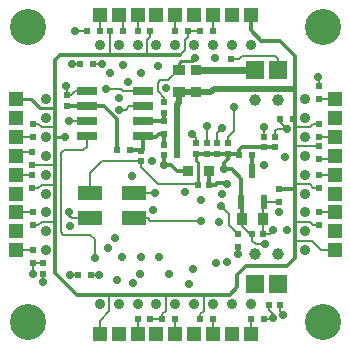
<source format=gbl>
G04 Layer_Physical_Order=4*
G04 Layer_Color=16711680*
%FSAX23Y23*%
%MOIN*%
G70*
G01*
G75*
%ADD11R,0.024X0.020*%
%ADD12R,0.020X0.024*%
%ADD13R,0.024X0.024*%
%ADD14R,0.037X0.039*%
%ADD15R,0.024X0.024*%
%ADD18R,0.024X0.048*%
%ADD19C,0.008*%
%ADD20C,0.020*%
%ADD21C,0.012*%
%ADD22C,0.010*%
%ADD24C,0.022*%
%ADD25C,0.039*%
%ADD26R,0.059X0.059*%
%ADD27C,0.035*%
%ADD28R,0.051X0.051*%
%ADD29R,0.051X0.051*%
%ADD30C,0.120*%
%ADD31C,0.028*%
%ADD32R,0.035X0.035*%
%ADD33R,0.039X0.037*%
%ADD34R,0.035X0.035*%
%ADD35R,0.070X0.028*%
%ADD36R,0.079X0.047*%
D11*
X06620Y01349D02*
D03*
Y01393D02*
D03*
X05935Y01294D02*
D03*
Y01338D02*
D03*
X06888Y01842D02*
D03*
Y01885D02*
D03*
X06755Y01499D02*
D03*
Y01542D02*
D03*
X06373Y01725D02*
D03*
Y01768D02*
D03*
X05935Y01421D02*
D03*
Y01464D02*
D03*
X06888Y01716D02*
D03*
Y01759D02*
D03*
Y01643D02*
D03*
Y01687D02*
D03*
X05932Y01546D02*
D03*
Y01590D02*
D03*
X06888Y01547D02*
D03*
Y01590D02*
D03*
X05932Y01621D02*
D03*
Y01665D02*
D03*
X06888Y01421D02*
D03*
Y01464D02*
D03*
X05935Y01716D02*
D03*
Y01759D02*
D03*
D12*
X06085Y01255D02*
D03*
X06129D02*
D03*
X06803Y01776D02*
D03*
X06759D02*
D03*
X06093Y01960D02*
D03*
X06137D02*
D03*
X06115Y02068D02*
D03*
X06158D02*
D03*
X06662Y01110D02*
D03*
X06705D02*
D03*
X06621Y01655D02*
D03*
X06664D02*
D03*
X06214Y01671D02*
D03*
X06258D02*
D03*
X06373Y01689D02*
D03*
X06417D02*
D03*
X06193Y02068D02*
D03*
X06237D02*
D03*
X06493Y01110D02*
D03*
X06536D02*
D03*
X06410Y02068D02*
D03*
X06453D02*
D03*
X06367Y01110D02*
D03*
X06410D02*
D03*
X06284D02*
D03*
X06327D02*
D03*
X06492Y02068D02*
D03*
X06536D02*
D03*
X06284D02*
D03*
X06327D02*
D03*
X06373Y01654D02*
D03*
X06417D02*
D03*
D13*
X06743Y01717D02*
D03*
Y01682D02*
D03*
X05969Y01294D02*
D03*
Y01259D02*
D03*
X06050Y01818D02*
D03*
Y01854D02*
D03*
X06373Y01797D02*
D03*
Y01833D02*
D03*
X06296Y01634D02*
D03*
Y01670D02*
D03*
X06595Y01938D02*
D03*
Y01974D02*
D03*
X06707Y01682D02*
D03*
Y01717D02*
D03*
X06479Y01658D02*
D03*
Y01694D02*
D03*
X06515Y01658D02*
D03*
Y01694D02*
D03*
X06550Y01658D02*
D03*
Y01694D02*
D03*
X06586Y01658D02*
D03*
Y01694D02*
D03*
D14*
X06632Y01442D02*
D03*
X06702D02*
D03*
D15*
X06723Y01154D02*
D03*
X06759D02*
D03*
X06667Y01393D02*
D03*
X06702D02*
D03*
X06485Y01556D02*
D03*
X06521D02*
D03*
D18*
X06630Y01499D02*
D03*
X06667Y01602D02*
D03*
X06704Y01499D02*
D03*
D19*
X06759Y01134D02*
X06770Y01123D01*
X06759Y01134D02*
Y01154D01*
X06734Y01111D02*
Y01127D01*
X06723Y01138D02*
X06734Y01127D01*
X06723Y01138D02*
Y01154D01*
X05969Y01231D02*
Y01259D01*
X05935Y01294D02*
X05969D01*
X06467Y01725D02*
X06479Y01713D01*
Y01694D02*
Y01713D01*
X06550Y01730D02*
X06567Y01747D01*
X06550Y01694D02*
Y01730D01*
X06590Y01423D02*
X06620Y01393D01*
X06590Y01423D02*
Y01460D01*
X06659Y01393D02*
X06667D01*
X06632Y01420D02*
X06659Y01393D01*
X06632Y01420D02*
Y01442D01*
X06563Y01487D02*
X06590Y01460D01*
X06620Y01324D02*
Y01349D01*
X06514Y01694D02*
X06515Y01694D01*
X06514Y01694D02*
Y01753D01*
X06237Y01868D02*
X06302D01*
X06229Y01876D02*
X06237Y01868D01*
X06180Y01876D02*
X06229D01*
X06067Y01960D02*
X06093D01*
X06137D02*
X06165D01*
X06702Y01497D02*
X06704Y01499D01*
X06755D01*
X06702Y01442D02*
Y01497D01*
Y01393D02*
Y01442D01*
X06726Y01393D02*
X06736Y01404D01*
X06702Y01393D02*
X06726D01*
X05879Y01338D02*
X05935D01*
X06058Y01255D02*
X06085D01*
X06129D02*
X06157D01*
X06607Y01736D02*
Y01817D01*
X06586Y01715D02*
X06607Y01736D01*
X06586Y01694D02*
Y01715D01*
X06759Y01764D02*
X06781Y01742D01*
X06759Y01764D02*
Y01776D01*
X06750Y01742D02*
X06781D01*
X06743Y01735D02*
X06750Y01742D01*
X06743Y01717D02*
Y01735D01*
X06707Y01717D02*
Y01748D01*
X06810Y01748D02*
X06859D01*
X06352Y01559D02*
X06485D01*
X06296Y01615D02*
X06352Y01559D01*
X06485Y01556D02*
Y01559D01*
X06379Y01437D02*
X06496D01*
X06296Y01615D02*
Y01634D01*
X06165D02*
X06296D01*
X06125Y01594D02*
X06165Y01634D01*
X06125Y01530D02*
Y01594D01*
X06327Y01437D02*
X06379D01*
X06320Y01444D02*
X06327Y01437D01*
X06271Y01444D02*
X06320D01*
X06379Y01437D02*
X06379Y01437D01*
X05935Y01546D02*
X05953D01*
X05964Y01557D01*
X06010D01*
X05932Y01621D02*
X06010D01*
X06010Y01622D01*
X06367Y01110D02*
Y01124D01*
X06380Y01137D02*
Y01190D01*
X06367Y01124D02*
X06380Y01137D01*
X06190Y01989D02*
X06191Y01990D01*
Y02066D01*
X06193Y02068D01*
X06493Y01110D02*
Y01124D01*
X06506Y01137D01*
Y01190D01*
X06859Y01432D02*
X06870Y01421D01*
X06888D01*
X06810Y01432D02*
X06859D01*
X06870Y01547D02*
X06888D01*
X06810Y01558D02*
X06859D01*
X06870Y01547D01*
X06427Y01989D02*
X06442Y02004D01*
Y02039D01*
X06453Y02050D01*
Y02068D01*
X06859Y01748D02*
X06870Y01759D01*
X06888D01*
X06056Y01769D02*
X06113D01*
X06114Y01768D01*
X06102Y01530D02*
X06125D01*
X06114Y01683D02*
Y01718D01*
X06050Y01854D02*
X06062D01*
X06076Y01868D01*
X06114D01*
X06057Y01452D02*
Y01466D01*
X06256Y01818D02*
X06302D01*
X06271Y01530D02*
X06342D01*
X06245Y01807D02*
X06256Y01818D01*
X06222Y01807D02*
X06245D01*
X06888Y01464D02*
X06941D01*
X06888Y01590D02*
X06941D01*
X06888Y01716D02*
X06941D01*
X06888Y01842D02*
X06941D01*
X06316Y01992D02*
Y02039D01*
X06327Y02050D01*
Y02068D01*
X06158D02*
Y02121D01*
X06284Y02068D02*
Y02121D01*
X06410Y02068D02*
Y02121D01*
X06536Y02068D02*
Y02121D01*
X06453Y02068D02*
X06492D01*
X05879Y01716D02*
X05932D01*
X05879Y01590D02*
X05932D01*
X05879Y01464D02*
X05932D01*
X05935Y01421D02*
X05952D01*
X05964Y01432D01*
X06010D01*
X05935Y01759D02*
X05952D01*
X05964Y01748D01*
X06010D01*
X06662Y01059D02*
Y01110D01*
X06662Y01110D02*
X06662Y01110D01*
X06888Y01686D02*
Y01687D01*
X06811Y01686D02*
X06888D01*
Y01643D02*
X06931D01*
X06941Y01653D01*
X05891Y01665D02*
X05932D01*
X05879Y01653D02*
X05891Y01665D01*
X06237Y02068D02*
Y02105D01*
X06221Y02121D02*
X06237Y02105D01*
X06284Y01060D02*
Y01110D01*
X06327D02*
X06367D01*
X06410Y01060D02*
Y01110D01*
X06536Y01060D02*
Y01110D01*
X06190Y01135D02*
Y01188D01*
X06158Y01103D02*
X06190Y01135D01*
X06158Y01060D02*
Y01103D01*
X06897Y01338D02*
X06941D01*
X06865Y01370D02*
X06897Y01338D01*
X06812Y01370D02*
X06865D01*
X06074Y02068D02*
X06115D01*
X05935Y01259D02*
Y01294D01*
X06705Y01110D02*
X06733D01*
X06734Y01111D01*
X06887Y01914D02*
X06888Y01913D01*
Y01885D02*
Y01913D01*
X06678Y01358D02*
X06709D01*
X06667Y01369D02*
X06678Y01358D01*
X06667Y01369D02*
Y01393D01*
X06351Y01868D02*
X06373Y01846D01*
Y01833D02*
Y01846D01*
X06387Y01904D02*
X06421Y01938D01*
X06351Y01895D02*
X06360Y01904D01*
X06387D01*
X06351Y01868D02*
Y01895D01*
X06050Y01854D02*
Y01883D01*
X06046Y01887D02*
X06050Y01883D01*
X06621Y01974D02*
X06632Y01985D01*
X06595Y01974D02*
X06621D01*
X06632Y01985D02*
X06742D01*
X06751Y01976D01*
Y01938D02*
Y01976D01*
X06102Y01672D02*
X06114Y01683D01*
X06039Y01672D02*
X06102D01*
X06028Y01661D02*
X06039Y01672D01*
X06028Y01398D02*
Y01661D01*
Y01398D02*
X06037Y01389D01*
X06127D01*
X06141Y01375D01*
Y01313D02*
Y01375D01*
X06057Y01452D02*
X06065Y01444D01*
X06125D02*
X06125Y01444D01*
X06065Y01444D02*
X06125D01*
D20*
X06421Y01867D02*
X06478D01*
X06417Y01689D02*
Y01824D01*
Y01654D02*
Y01689D01*
X06538Y01877D02*
X06806D01*
X06478Y01867D02*
X06528D01*
X06538Y01877D01*
X06417Y01824D02*
X06421Y01828D01*
Y01867D01*
D21*
X06083Y01190D02*
X06380D01*
X06010Y01263D02*
Y01557D01*
Y01263D02*
X06083Y01190D01*
X06810Y01312D02*
Y01432D01*
X06707Y01682D02*
X06743D01*
X06617Y01658D02*
X06621Y01655D01*
X06586Y01658D02*
X06617D01*
X06632Y01682D02*
X06707D01*
X06621Y01671D02*
X06632Y01682D01*
X06621Y01655D02*
Y01671D01*
X06810Y01748D02*
Y01985D01*
X06441Y01602D02*
X06451Y01612D01*
X06416Y01602D02*
X06441D01*
X06397Y01621D02*
X06416Y01602D01*
X06373Y01621D02*
X06397D01*
X06355Y01725D02*
X06373D01*
X06346Y01716D02*
X06355Y01725D01*
X06304Y01716D02*
X06346D01*
X06586Y01643D02*
Y01658D01*
X06573Y01630D02*
X06586Y01643D01*
X06573Y01608D02*
Y01630D01*
Y01608D02*
X06599D01*
X06581Y01561D02*
X06582Y01560D01*
X06550Y01561D02*
X06581D01*
X06545Y01556D02*
X06550Y01561D01*
X06521Y01556D02*
X06545D01*
X06521D02*
X06521Y01557D01*
Y01602D01*
X06667Y01602D02*
Y01653D01*
X06010Y01557D02*
Y01622D01*
Y01715D01*
X06380Y01190D02*
X06506D01*
X06010Y01715D02*
Y01973D01*
X06027Y01989D01*
X06190D01*
X06427D01*
X06506Y01190D02*
X06593D01*
X06617Y01214D02*
Y01256D01*
X06593Y01190D02*
X06617Y01214D01*
Y01256D02*
X06645Y01284D01*
X06782D01*
X06810Y01312D01*
Y01432D02*
Y01558D01*
Y01748D01*
X06697Y02037D02*
X06758D01*
X06662Y02072D02*
X06697Y02037D01*
X06662Y02072D02*
Y02121D01*
X06758Y02037D02*
X06810Y01985D01*
X06302Y01718D02*
X06304Y01716D01*
X06302Y01768D02*
X06373D01*
X06302Y01677D02*
Y01718D01*
X06373Y01768D02*
Y01797D01*
X06050Y01818D02*
X06114D01*
X06050Y01818D02*
X06050Y01818D01*
X06258Y01671D02*
X06302D01*
X06373Y01689D02*
Y01725D01*
Y01689D02*
X06373Y01689D01*
X06373Y01621D02*
Y01654D01*
X06373Y01654D01*
X06550Y01658D02*
X06586D01*
X06515D02*
X06550D01*
X06479D02*
X06515D01*
X06114Y01818D02*
X06171D01*
X06214Y01671D02*
Y01762D01*
Y01775D01*
X06171Y01818D02*
X06214Y01775D01*
X06755Y01542D02*
X06808D01*
X06632Y01442D02*
Y01497D01*
X06630Y01499D02*
Y01577D01*
X06599Y01608D02*
X06630Y01577D01*
D22*
X06485Y01559D02*
Y01631D01*
X06479Y01637D02*
X06485Y01631D01*
X06479Y01637D02*
Y01658D01*
X06010Y01715D02*
X06011Y01714D01*
X06043D01*
X05959Y01811D02*
X06010D01*
X05928Y01842D02*
X05959Y01811D01*
X05879Y01842D02*
X05928D01*
X06464Y01970D02*
X06474Y01980D01*
X06430Y01970D02*
X06464D01*
X06421Y01961D02*
X06430Y01970D01*
X06421Y01938D02*
Y01961D01*
D24*
X06478Y01938D02*
X06676D01*
D25*
Y01839D02*
D03*
X06751Y01324D02*
D03*
X06676D02*
D03*
X06751Y01839D02*
D03*
D26*
X06676Y01938D02*
D03*
X06751Y01225D02*
D03*
X06676D02*
D03*
X06751Y01938D02*
D03*
D27*
X05979Y01842D02*
D03*
Y01779D02*
D03*
Y01716D02*
D03*
Y01653D02*
D03*
Y01590D02*
D03*
Y01527D02*
D03*
Y01464D02*
D03*
Y01401D02*
D03*
X05979Y01338D02*
D03*
X06662Y02021D02*
D03*
X06599D02*
D03*
X06536D02*
D03*
X06473D02*
D03*
X06410D02*
D03*
X06347D02*
D03*
X06284D02*
D03*
X06221D02*
D03*
X06158Y02021D02*
D03*
X06158Y01159D02*
D03*
X06221D02*
D03*
X06284D02*
D03*
X06347D02*
D03*
X06410D02*
D03*
X06473D02*
D03*
X06536D02*
D03*
X06599D02*
D03*
X06662Y01159D02*
D03*
X06841Y01338D02*
D03*
Y01401D02*
D03*
Y01464D02*
D03*
Y01527D02*
D03*
Y01590D02*
D03*
Y01653D02*
D03*
Y01716D02*
D03*
Y01779D02*
D03*
X06841Y01842D02*
D03*
D28*
X05879Y01842D02*
D03*
Y01779D02*
D03*
Y01716D02*
D03*
Y01653D02*
D03*
Y01590D02*
D03*
Y01527D02*
D03*
Y01464D02*
D03*
Y01401D02*
D03*
X05879Y01338D02*
D03*
X06941Y01338D02*
D03*
Y01401D02*
D03*
Y01464D02*
D03*
Y01527D02*
D03*
Y01590D02*
D03*
Y01653D02*
D03*
Y01716D02*
D03*
Y01779D02*
D03*
X06941Y01842D02*
D03*
D29*
X06662Y02121D02*
D03*
X06599D02*
D03*
X06536D02*
D03*
X06473D02*
D03*
X06410D02*
D03*
X06347D02*
D03*
X06284D02*
D03*
X06221D02*
D03*
X06158Y02121D02*
D03*
X06158Y01060D02*
D03*
X06221D02*
D03*
X06284D02*
D03*
X06347D02*
D03*
X06410D02*
D03*
X06473D02*
D03*
X06536D02*
D03*
X06599D02*
D03*
X06662Y01059D02*
D03*
D30*
X05918Y01098D02*
D03*
X06902D02*
D03*
Y02082D02*
D03*
X05918D02*
D03*
D31*
X06770Y01123D02*
D03*
X05969Y01231D02*
D03*
X06563Y01487D02*
D03*
X06620Y01324D02*
D03*
X06583Y01298D02*
D03*
X06180Y01876D02*
D03*
X06067Y01960D02*
D03*
X06165D02*
D03*
X06754Y01464D02*
D03*
X06736Y01404D02*
D03*
X06781D02*
D03*
X06058Y01255D02*
D03*
X06157D02*
D03*
X06607Y01817D02*
D03*
X06707Y01748D02*
D03*
X06781Y01742D02*
D03*
X06467Y01725D02*
D03*
X06514Y01753D02*
D03*
X06567Y01747D02*
D03*
X06496Y01437D02*
D03*
X06573Y01608D02*
D03*
X06043Y01714D02*
D03*
X06777Y01649D02*
D03*
X06056Y01769D02*
D03*
X06373Y01621D02*
D03*
X06704D02*
D03*
X06294Y01314D02*
D03*
X06389Y01258D02*
D03*
X06441Y01532D02*
D03*
X06541Y01979D02*
D03*
X06191Y01930D02*
D03*
X06456Y01227D02*
D03*
X06292Y01258D02*
D03*
X06268Y01230D02*
D03*
X06333Y01636D02*
D03*
X06357Y01317D02*
D03*
X06209Y01380D02*
D03*
X06057Y01465D02*
D03*
X06342Y01530D02*
D03*
X06334Y01471D02*
D03*
X06267Y01584D02*
D03*
X06469Y01277D02*
D03*
X06496Y01506D02*
D03*
X06554Y01431D02*
D03*
X06379Y01878D02*
D03*
X06222Y01807D02*
D03*
X06223Y01844D02*
D03*
X06059Y01418D02*
D03*
X06216Y01238D02*
D03*
X06251Y01899D02*
D03*
X06294Y01930D02*
D03*
X06235Y01956D02*
D03*
X06352Y01951D02*
D03*
X06565Y01525D02*
D03*
X06582Y01560D02*
D03*
X06546Y01297D02*
D03*
X06074Y02068D02*
D03*
X05935Y01259D02*
D03*
X06734Y01111D02*
D03*
X06887Y01914D02*
D03*
X06709Y01358D02*
D03*
X06474Y01980D02*
D03*
X06046Y01887D02*
D03*
X06231Y01316D02*
D03*
X06185Y01344D02*
D03*
X06141Y01313D02*
D03*
D32*
X06478Y01867D02*
D03*
Y01938D02*
D03*
D33*
X06421Y01867D02*
D03*
Y01938D02*
D03*
D34*
X06451Y01602D02*
D03*
X06521D02*
D03*
D35*
X06114Y01718D02*
D03*
Y01768D02*
D03*
Y01868D02*
D03*
Y01818D02*
D03*
X06302Y01718D02*
D03*
Y01768D02*
D03*
Y01818D02*
D03*
Y01868D02*
D03*
D36*
X06125Y01530D02*
D03*
X06271Y01444D02*
D03*
Y01530D02*
D03*
X06125Y01444D02*
D03*
M02*

</source>
